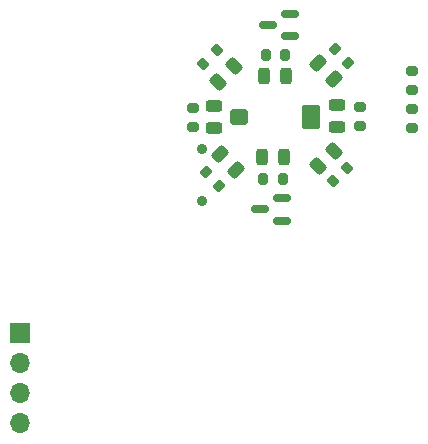
<source format=gbr>
%TF.GenerationSoftware,KiCad,Pcbnew,7.0.9*%
%TF.CreationDate,2023-12-19T02:47:06+01:00*%
%TF.ProjectId,biosensorbox,62696f73-656e-4736-9f72-626f782e6b69,rev?*%
%TF.SameCoordinates,Original*%
%TF.FileFunction,Soldermask,Bot*%
%TF.FilePolarity,Negative*%
%FSLAX46Y46*%
G04 Gerber Fmt 4.6, Leading zero omitted, Abs format (unit mm)*
G04 Created by KiCad (PCBNEW 7.0.9) date 2023-12-19 02:47:06*
%MOMM*%
%LPD*%
G01*
G04 APERTURE LIST*
G04 Aperture macros list*
%AMRoundRect*
0 Rectangle with rounded corners*
0 $1 Rounding radius*
0 $2 $3 $4 $5 $6 $7 $8 $9 X,Y pos of 4 corners*
0 Add a 4 corners polygon primitive as box body*
4,1,4,$2,$3,$4,$5,$6,$7,$8,$9,$2,$3,0*
0 Add four circle primitives for the rounded corners*
1,1,$1+$1,$2,$3*
1,1,$1+$1,$4,$5*
1,1,$1+$1,$6,$7*
1,1,$1+$1,$8,$9*
0 Add four rect primitives between the rounded corners*
20,1,$1+$1,$2,$3,$4,$5,0*
20,1,$1+$1,$4,$5,$6,$7,0*
20,1,$1+$1,$6,$7,$8,$9,0*
20,1,$1+$1,$8,$9,$2,$3,0*%
G04 Aperture macros list end*
%ADD10RoundRect,0.243750X-0.150260X0.494975X-0.494975X0.150260X0.150260X-0.494975X0.494975X-0.150260X0*%
%ADD11RoundRect,0.243750X0.494975X0.150260X0.150260X0.494975X-0.494975X-0.150260X-0.150260X-0.494975X0*%
%ADD12RoundRect,0.243750X0.150260X-0.494975X0.494975X-0.150260X-0.150260X0.494975X-0.494975X0.150260X0*%
%ADD13RoundRect,0.243750X0.456250X-0.243750X0.456250X0.243750X-0.456250X0.243750X-0.456250X-0.243750X0*%
%ADD14RoundRect,0.243750X0.243750X0.456250X-0.243750X0.456250X-0.243750X-0.456250X0.243750X-0.456250X0*%
%ADD15RoundRect,0.243750X-0.456250X0.243750X-0.456250X-0.243750X0.456250X-0.243750X0.456250X0.243750X0*%
%ADD16R,1.700000X1.700000*%
%ADD17O,1.700000X1.700000*%
%ADD18C,0.900000*%
%ADD19RoundRect,0.200000X0.053033X-0.335876X0.335876X-0.053033X-0.053033X0.335876X-0.335876X0.053033X0*%
%ADD20RoundRect,0.187500X-0.562500X-0.862500X0.562500X-0.862500X0.562500X0.862500X-0.562500X0.862500X0*%
%ADD21RoundRect,0.162500X-0.587500X-0.487500X0.587500X-0.487500X0.587500X0.487500X-0.587500X0.487500X0*%
%ADD22RoundRect,0.175000X-0.525000X-0.825000X0.525000X-0.825000X0.525000X0.825000X-0.525000X0.825000X0*%
%ADD23RoundRect,0.150000X-0.550000X-0.450000X0.550000X-0.450000X0.550000X0.450000X-0.550000X0.450000X0*%
%ADD24RoundRect,0.200000X-0.200000X-0.275000X0.200000X-0.275000X0.200000X0.275000X-0.200000X0.275000X0*%
%ADD25RoundRect,0.200000X-0.275000X0.200000X-0.275000X-0.200000X0.275000X-0.200000X0.275000X0.200000X0*%
%ADD26RoundRect,0.200000X-0.053033X0.335876X-0.335876X0.053033X0.053033X-0.335876X0.335876X-0.053033X0*%
%ADD27RoundRect,0.150000X0.587500X0.150000X-0.587500X0.150000X-0.587500X-0.150000X0.587500X-0.150000X0*%
%ADD28RoundRect,0.200000X0.275000X-0.200000X0.275000X0.200000X-0.275000X0.200000X-0.275000X-0.200000X0*%
%ADD29RoundRect,0.200000X-0.335876X-0.053033X-0.053033X-0.335876X0.335876X0.053033X0.053033X0.335876X0*%
G04 APERTURE END LIST*
D10*
%TO.C,D9*%
X129745713Y-71320687D03*
X128419887Y-72646513D03*
%TD*%
D11*
%TO.C,D8*%
X129899103Y-80138103D03*
X128573277Y-78812277D03*
%TD*%
D12*
%TO.C,D7*%
X136844174Y-79835826D03*
X138170000Y-78510000D03*
%TD*%
D11*
%TO.C,D6*%
X138178513Y-72445266D03*
X136852687Y-71119440D03*
%TD*%
D13*
%TO.C,D4*%
X128075600Y-76592000D03*
X128075600Y-74717000D03*
%TD*%
D14*
%TO.C,D3*%
X134000000Y-79020000D03*
X132125000Y-79020000D03*
%TD*%
D15*
%TO.C,D2*%
X138450000Y-74642500D03*
X138450000Y-76517500D03*
%TD*%
D14*
%TO.C,D1*%
X134120000Y-72220000D03*
X132245000Y-72220000D03*
%TD*%
D16*
%TO.C,J2*%
X111640000Y-93970000D03*
D17*
X111640000Y-96510000D03*
X111640000Y-99050000D03*
X111640000Y-101590000D03*
%TD*%
D18*
%TO.C,J1*%
X127067000Y-78400000D03*
X127067000Y-82800000D03*
%TD*%
D19*
%TO.C,R17*%
X127100000Y-71160000D03*
X128266726Y-69993274D03*
%TD*%
D20*
%TO.C,D5*%
X136298400Y-75641200D03*
D21*
X130198400Y-75641200D03*
D22*
X136298400Y-75641200D03*
D23*
X130198400Y-75641200D03*
%TD*%
D24*
%TO.C,R6*%
X132227300Y-80899200D03*
X133877300Y-80899200D03*
%TD*%
D25*
%TO.C,R18*%
X144805400Y-74943200D03*
X144805400Y-76593200D03*
%TD*%
%TO.C,R7*%
X126240000Y-74865000D03*
X126240000Y-76515000D03*
%TD*%
D26*
%TO.C,R15*%
X139296726Y-79943274D03*
X138130000Y-81110000D03*
%TD*%
D27*
%TO.C,Q2*%
X134490000Y-66920000D03*
X134490000Y-68820000D03*
X132615000Y-67870000D03*
%TD*%
D28*
%TO.C,R8*%
X144805400Y-73405000D03*
X144805400Y-71755000D03*
%TD*%
D29*
%TO.C,R16*%
X127343274Y-80313274D03*
X128510000Y-81480000D03*
%TD*%
D24*
%TO.C,R4*%
X134080000Y-70400000D03*
X132430000Y-70400000D03*
%TD*%
D29*
%TO.C,R14*%
X138253274Y-69913274D03*
X139420000Y-71080000D03*
%TD*%
D28*
%TO.C,R5*%
X140390000Y-76425000D03*
X140390000Y-74775000D03*
%TD*%
D27*
%TO.C,Q1*%
X133781800Y-82529600D03*
X133781800Y-84429600D03*
X131906800Y-83479600D03*
%TD*%
M02*

</source>
